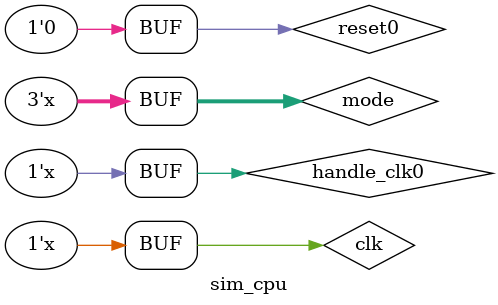
<source format=v>
`timescale 1ns / 1ps


module sim_cpu(
    );
    reg clk;
    reg handle_clk0;
    reg reset0;
    reg [2:0] mode;
    //output    
    wire [6:0] segment;
    wire [3:0] select;
        
cpu_top_control ctc(clk,reset0,mode,handle_clk0,segment,select);

    
initial begin
    clk = 0;
    handle_clk0 = 0;
    reset0 = 0;
    mode = 3'b000;

    #3; reset0 = 1;
    #3; reset0 = 0;
end

always #5 clk = ~clk;
always #2000 handle_clk0 = ~handle_clk0;//·ÂÕæÖÜÆÚ µ÷Ð¡
always #500 mode = mode + 1;   
    
endmodule

</source>
